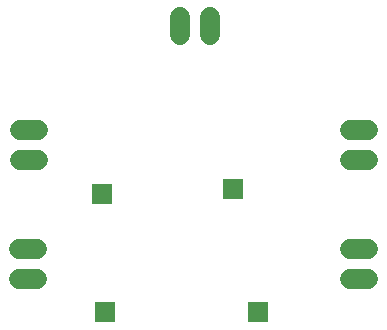
<source format=gbr>
G04 EAGLE Gerber RS-274X export*
G75*
%MOMM*%
%FSLAX34Y34*%
%LPD*%
%INSoldermask Top*%
%IPPOS*%
%AMOC8*
5,1,8,0,0,1.08239X$1,22.5*%
G01*
%ADD10C,1.727200*%
%ADD11R,1.703200X1.703200*%


D10*
X56323Y245227D02*
X71563Y245227D01*
X71563Y219827D02*
X56323Y219827D01*
X56218Y145250D02*
X71458Y145250D01*
X71458Y119850D02*
X56218Y119850D01*
X336227Y245219D02*
X351467Y245219D01*
X351467Y219819D02*
X336227Y219819D01*
X336305Y145252D02*
X351545Y145252D01*
X351545Y119852D02*
X336305Y119852D01*
X192300Y325670D02*
X192300Y340910D01*
X217700Y340910D02*
X217700Y325670D01*
D11*
X126532Y191267D03*
X128830Y91618D03*
X237226Y195371D03*
X258315Y91484D03*
M02*

</source>
